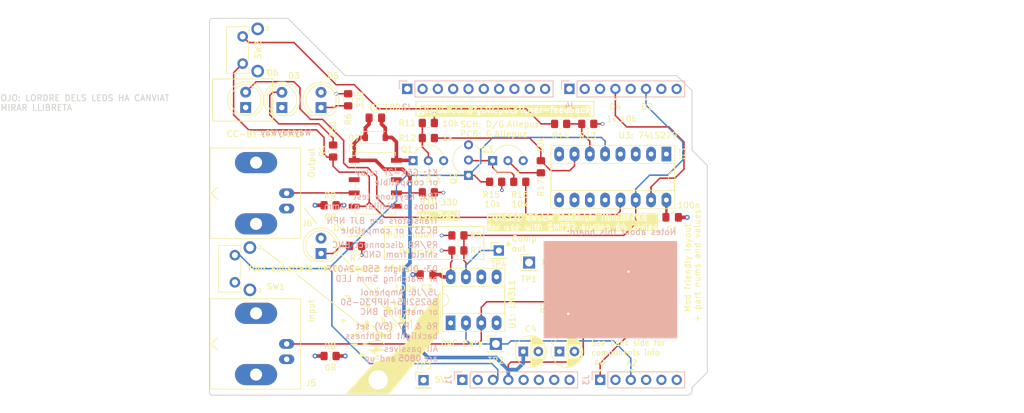
<source format=kicad_pcb>
(kicad_pcb (version 20221018) (generator pcbnew)
  (title_block (date "mar. 31 mars 2015"))
  (layers (0 "F.Cu" signal) (1 "In1.Cu" signal) (2 "In2.Cu" signal) (31 "B.Cu" signal) (34 "B.Paste" user) (35 "F.Paste" user) (36 "B.SilkS" user "B.Silkscreen") (37 "F.SilkS" user "F.Silkscreen") (38 "B.Mask" user) (39 "F.Mask" user) (44 "Edge.Cuts" user))
  (net 0 "")
  (net 1 "GND")
  (net 2 "Net-(D3-A)")
  (net 3 "+5V")
  (net 4 "/IOREF")
  (net 5 "/A0")
  (net 6 "/A1")
  (net 7 "/A2")
  (net 8 "/A3")
  (net 9 "/13")
  (net 10 "/12")
  (net 11 "/AREF")
  (net 12 "/8")
  (net 13 "/7")
  (net 14 "/*11")
  (net 15 "/*10")
  (net 16 "/*9")
  (net 17 "/4")
  (net 18 "/2")
  (net 19 "/*6")
  (net 20 "/*5")
  (net 21 "/TX{slash}1")
  (net 22 "/*3")
  (net 23 "/RX{slash}0")
  (net 24 "+3V3")
  (net 25 "VCC")
  (net 26 "/~{RESET}")
  (net 32 "Net-(J5-In)")
  (net 33 "Net-(J6-In)")
  (net 36 "Net-(D4-K)")
  (net 37 "Net-(D5-K)")
  (net 38 "Net-(J5-Ext)")
  (net 39 "Net-(J6-Ext)")
  (net 40 "Net-(D6-A)")
  (net 41 "COIL-")
  (net 43 "PULSE")
  (net 44 "Net-(K1-Pad6)")
  (net 46 "Net-(Q1-B)")
  (net 47 "Net-(Q2-B)")
  (net 48 "Net-(Q3-B)")
  (net 49 "ARM")
  (net 50 "Net-(U3B-2~{S})")
  (net 51 "Net-(R14-Pad2)")
  (footprint "Resistor_SMD:R_0805_2012Metric_Pad1.20x1.40mm_HandSolder" (layer "F.Cu") (at 144.24 55 180)
    (fp_text reference "R14")
    (fp_text value "1k")
  )
  (footprint "Diode_SMD:D_SOD-123" (layer "F.Cu") (at 152.5 86.2 90)
    (fp_text reference "D1")
    (fp_text value "1N5711" hide)
  )
  (footprint "Connector_PinHeader_2.54mm:PinHeader_1x01_P2.54mm_Vertical" (layer "F.Cu") (at 133.5 91.5)
    (fp_text reference "TP2")
    (fp_text value "DAC_cal" hide)
  )
  (footprint "Button_Switch_THT:SW_Tactile_SPST_Angled_PTS645Vx39-2LFS" (layer "F.Cu") (at 90.2125 81.275 90)
    (fp_text reference "SW1")
    (fp_text value "SW_Push")
  )
  (footprint "LED_THT:LED_D5.0mm" (layer "F.Cu") (at 92 52.275 90)
    (fp_text reference "D6")
    (fp_text value "LED")
  )
  (footprint "LED_THT:LED_D5.0mm" (layer "F.Cu") (at 98 52.3 90)
    (fp_text reference "D3")
    (fp_text value "LED")
  )
  (footprint "Resistor_SMD:R_0805_2012Metric_Pad1.20x1.40mm_HandSolder" (layer "F.Cu") (at 122.3 54.85)
    (fp_text reference "R11")
    (fp_text value "10k")
  )
  (footprint "Resistor_SMD:R_0805_2012Metric_Pad1.20x1.40mm_HandSolder" (layer "F.Cu") (at 110.25 75.25)
    (fp_text reference "R7")
    (fp_text value "330")
  )
  (footprint "Diode_SMD:D_SOD-123" (layer "F.Cu") (at 155.5 82.85 90)
    (fp_text reference "D2")
    (fp_text value "1N5711" hide)
  )
  (footprint "Connector_Coaxial:BNC_Amphenol_B6252HB-NPP3G-50_Horizontal" (layer "F.Cu") (at 98.8 91.5 90)
    (fp_text reference "J5")
    (fp_text value "Conn_Coaxial")
  )
  (footprint "Relay_SMD:Relay_DPDT_Omron_G6K-2F-Y" (layer "F.Cu") (at 113.5 64.85)
    (fp_text reference "K1")
    (fp_text value "G6K-2")
  )
  (footprint "LED_THT:LED_D5.0mm" (layer "F.Cu") (at 104.5 52.3 90)
    (fp_text reference "D5")
    (fp_text value "LED")
  )
  (footprint "Connector_PinHeader_2.54mm:PinHeader_1x01_P2.54mm_Vertical" (layer "F.Cu") (at 134 76)
    (fp_text reference "TP4")
    (fp_text value "Comp_out")
  )
  (footprint "Resistor_SMD:R_0805_2012Metric_Pad1.20x1.40mm_HandSolder" (layer "F.Cu") (at 106.5 59.5 90)
    (fp_text reference "R4")
    (fp_text value "330")
  )
  (footprint "Resistor_SMD:R_0805_2012Metric_Pad1.20x1.40mm_HandSolder" (layer "F.Cu") (at 140.96 62.11 90)
    (fp_text reference "R17")
    (fp_text value "10k")
  )
  (footprint "Resistor_SMD:R_0805_2012Metric_Pad1.20x1.40mm_HandSolder" (layer "F.Cu") (at 133.46 64.61 180)
    (fp_text reference "R15")
    (fp_text value "10k")
  )
  (footprint "Resistor_SMD:R_0805_2012Metric_Pad1.20x1.40mm_HandSolder" (layer "F.Cu") (at 122.3 57.35 180)
    (fp_text reference "R12")
    (fp_text value "1k")
  )
  (footprint "Resistor_SMD:R_0805_2012Metric_Pad1.20x1.40mm_HandSolder" (layer "F.Cu") (at 106 93.5)
    (fp_text reference "R8")
    (fp_text value "0")
  )
  (footprint "Diode_SMD:D_SOD-123" (layer "F.Cu") (at 113.5 57.25)
    (fp_text reference "D7")
    (fp_text value "1N5711")
  )
  (footprint "Capacitor_THT:CP_Radial_D5.0mm_P2.50mm" (layer "F.Cu") (at 138.044888 92.75)
    (fp_text reference "C4")
    (fp_text value "10u")
  )
  (footprint "Resistor_SMD:R_0805_2012Metric_Pad1.20x1.40mm_HandSolder" (layer "F.Cu") (at 127.2 76)
    (fp_text reference "R3")
    (fp_text value "10k")
  )
  (footprint "Package_DIP:DIP-8_W7.62mm_Socket_LongPads" (layer "F.Cu") (at 126 88 90)
    (fp_text reference "U1")
    (fp_text value "LM311")
  )
  (footprint "Arduino_MountingHole:MountingHole_3.2mm" (layer "F.Cu") (at 115.24 49.2)
    (fp_text reference "MH1" hide)
    (fp_text value "MountingHole_3.2mm" hide)
  )
  (footprint "Package_DIP:DIP-16_W7.62mm_Socket_LongPads" (layer "F.Cu") (at 161.78 60 -90)
    (fp_text reference "U3")
    (fp_text value "74LS279")
  )
  (footprint "LED_THT:LED_D5.0mm" (layer "F.Cu") (at 104.5 76.5 90)
    (fp_text reference "D4")
    (fp_text value "LED")
  )
  (footprint "Capacitor_THT:CP_Radial_D5.0mm_P2.50mm" (layer "F.Cu") (at 144.044888 92.75)
    (fp_text reference "C2")
    (fp_text value "10u")
  )
  (footprint "Resistor_SMD:R_0805_2012Metric_Pad1.20x1.40mm_HandSolder" (layer "F.Cu") (at 148 84.5)
    (fp_text reference "R1")
    (fp_text value "1M" hide)
  )
  (footprint "Resistor_SMD:R_0805_2012Metric_Pad1.20x1.40mm_HandSolder" (layer "F.Cu") (at 122.3 66.35)
    (fp_text reference "R10")
    (fp_text value "330")
  )
  (footprint "Connector_PinHeader_2.54mm:PinHeader_1x01_P2.54mm_Vertical" (layer "F.Cu") (at 139 78)
    (fp_text reference "TP1")
    (fp_text value "GND_hook")
  )
  (footprint "Resistor_SMD:R_0805_2012Metric_Pad1.20x1.40mm_HandSolder" (layer "F.Cu") (at 148.74 55 180)
    (fp_text reference "R13")
    (fp_text value "10k")
  )
  (footprint "Capacitor_SMD:C_0805_2012Metric_Pad1.18x1.45mm_HandSolder" (layer "F.Cu") (at 122 80 180)
    (fp_text reference "C3")
    (fp_text value "100n")
  )
  (footprint "Resistor_SMD:R_0805_2012Metric_Pad1.20x1.40mm_HandSolder" (layer "F.Cu") (at 137.46 64.61)
    (fp_text reference "R16")
    (fp_text value "10k")
  )
  (footprint "Connector_PinHeader_2.54mm:PinHeader_1x01_P2.54mm_Vertical" (layer "F.Cu") (at 121.5 97.5)
    (fp_text reference "TP3")
    (fp_text value "5V")
  )
  (footprint "Capacitor_SMD:C_0805_2012Metric_Pad1.18x1.45mm_HandSolder" (layer "F.Cu") (at 113.5 54)
    (fp_text reference "C5")
    (fp_text value "100n")
  )
  (footprint "Button_Switch_THT:SW_Tactile_SPST_Angled_PTS645Vx39-2LFS" (layer "F.Cu") (at 91.5 45 90)
    (fp_text reference "SW2")
    (fp_text value "SW_Push")
  )
  (footprint "Resistor_SMD:R_0805_2012Metric_Pad1.20x1.40mm_HandSolder" (layer "F.Cu") (at 106 68.5)
    (fp_text reference "R9")
    (fp_text value "0")
  )
  (footprint "Package_TO_SOT_THT:TO-92_Inline_Wide" (layer "F.Cu") (at 132.96 61.1)
    (fp_text reference "Q3")
    (fp_text value "BC337")
  )
  (footprint "Resistor_SMD:R_0805_2012Metric_Pad1.20x1.40mm_HandSolder" (layer "F.Cu") (at 127.2 73.5 180)
    (fp_text reference "R5")
    (fp_text value "10k")
  )
  (footprint "Package_TO_SOT_THT:TO-92_Inline_Wide" (layer "F.Cu") (at 119.76 61.1)
    (fp_text reference "Q1")
    (fp_text value "BC337")
  )
  (footprint "Arduino_MountingHole:MountingHole_3.2mm" (layer "F.Cu") (at 113.97 97.46)
    (fp_text reference "MH2" hide)
    (fp_text value "MountingHole_3.2mm" hide)
  )
  (footprint "Resistor_SMD:R_0805_2012Metric_Pad1.20x1.40mm_HandSolder" (layer "F.Cu") (at 109 51 -90)
    (fp_text reference "R6")
    (fp_text value "330")
  )
  (footprint "Arduino_MountingHole:MountingHole_3.2mm" (layer "F.Cu") (at 166.04 64.44)
    (fp_text reference "MH3" hide)
    (fp_text value "MountingHole_3.2mm" hide)
  )
  (footprint "Package_TO_SOT_THT:TO-92_Inline_Wide" (layer "F.Cu") (at 128.96 63.54 90)
    (fp_text reference "Q2")
    (fp_text value "BC337")
  )
  (footprint "Arduino_MountingHole:MountingHole_3.2mm" (layer "F.Cu") (at 166.04 92.38)
    (fp_text reference "MH4" hide)
    (fp_text value "MountingHole_3.2mm" hide)
  )
  (footprint "Resistor_SMD:R_0805_2012Metric_Pad1.20x1.40mm_HandSolder" (layer "F.Cu") (at 143.5 85.5 -90)
    (fp_text reference "R2")
    (fp_text value "1M" hide)
  )
  (footprint "Connector_Coaxial:BNC_Amphenol_B6252HB-NPP3G-50_Horizontal" (layer "F.Cu") (at 98.8 66.5 90)
    (fp_text reference "J6")
    (fp_text value "Conn_Coaxial")
  )
  (footprint "Capacitor_SMD:C_0805_2012Metric_Pad1.18x1.45mm_HandSolder" (layer "F.Cu") (at 162.74 70.5)
    (fp_text reference "C1")
    (fp_text value "100n")
  )
  (footprint "Connector_PinHeader_2.54mm:PinHeader_1x08_P2.54mm_Vertical" (layer "B.Cu") (at 127.94 97.46 -90)
    (fp_text reference "J1")
    (fp_text value "Power")
  )
  (footprint "Connector_PinHeader_2.54mm:PinHeader_1x06_P2.54mm_Vertical" (layer "B.Cu") (at 150.8 97.46 -90)
    (fp_text reference "J3")
    (fp_text value "Analog")
  )
  (footprint "Connector_PinHeader_2.54mm:PinHeader_1x10_P2.54mm_Vertical" (layer "B.Cu") (at 118.8 49.2 -90)
    (fp_text reference "J2")
    (fp_text value "Digital/PWM")
  )
  (footprint "Connector_PinHeader_2.54mm:PinHeader_1x08_P2.54mm_Vertical" (layer "B.Cu") (at 145.7 49.2 -90)
    (fp_text reference "J4")
    (fp_text value "Digital/PWM")
  )
  (gr_rect (start 141.5 74.5) (end 163.5 90.5) (stroke (width 0.15)) (fill solid) (layer "B.SilkS"))
  (gr_line (start 115.5 88) (end 116 89.5) (stroke (width 0.15)) (layer "F.SilkS"))
  (gr_line (start 159.5 77) (end 157.5 77) (stroke (width 0.15)) (layer "F.SilkS"))
  (gr_line (start 159 75) (end 158 75) (stroke (width 0.15)) (layer "F.SilkS"))
  (gr_line (start 97.8 78) (end 94.8 75.675) (stroke (width 0.15)) (layer "F.SilkS"))
  (gr_line (start 152 78) (end 152 76) (stroke (width 0.15)) (layer "F.SilkS"))
  (gr_line (start 158.5 76) (end 158.5 75) (stroke (width 0.15)) (layer "F.SilkS"))
  (gr_line (start 149.75 76) (end 152 76) (stroke (width 0.15)) (layer "F.SilkS"))
  (gr_line (start 159.5 79) (end 157.5 79) (stroke (width 0.15)) (layer "F.SilkS"))
  (gr_poly (pts (xy 115 88.5) (xy 114.5 87) (xy 115 87.5)) (stroke (width 0.15)) (fill solid) (layer "F.SilkS"))
  (gr_poly (pts (xy 158.25 51) (xy 158.5 50.75) (xy 158.75 51)) (stroke (width 0.15)) (fill solid) (layer "F.SilkS"))
  (gr_poly (pts (xy 130.75 92) (xy 131.25 91.5) (xy 130.75 91)) (stroke (width 0.15)) (fill solid) (layer "F.SilkS"))
  (gr_line (start 158.5 81) (end 158.5 80) (stroke (width 0.15)) (layer "F.SilkS"))
  (gr_poly (pts (xy 156.25 95.75) (xy 156 96) (xy 155.75 95.75)) (stroke (width 0.15)) (fill solid) (layer "F.SilkS"))
  (gr_poly (pts (xy 110.5 91.5) (xy 110 92) (xy 109.5 91.5)) (stroke (width 0.15)) (fill solid) (layer "F.SilkS"))
  (gr_rect (start 150 77) (end 151 79) (stroke (width 0.15)) (fill none) (layer "F.SilkS"))
  (gr_line (start 150 81) (end 151 81) (stroke (width 0.15)) (layer "F.SilkS"))
  (gr_line (start 119 85.5) (end 119 87.5) (stroke (width 0.15)) (layer "F.SilkS"))
  (gr_line (start 116.5 89.5) (end 115.5 88) (stroke (width 0.15)) (layer "F.SilkS"))
  (gr_line (start 145.75 76) (end 144 76) (stroke (width 0.15)) (layer "F.SilkS"))
  (gr_line (start 114 93.5) (end 113 94) (stroke (width 0.15)) (layer "F.SilkS"))
  (gr_line (start 116 89.5) (end 113 88.5) (stroke (width 0.15)) (layer "F.SilkS"))
  (gr_poly (pts (xy 109 83.5) (xy 108.5 83.5) (xy 109.5 84)) (stroke (width 0.15)) (fill solid) (layer "F.SilkS"))
  (gr_poly (pts (xy 111 93) (xy 111 93.5) (xy 112 93.5)) (stroke (width 0.15)) (fill solid) (layer "F.SilkS"))
  (gr_line (start 155 78) (end 160.5 78) (stroke (width 0.15)) (layer "F.SilkS"))
  (gr_rect (start 153 77.5) (end 155 78.5) (stroke (width 0.15)) (fill none) (layer "F.SilkS"))
  (gr_poly (pts (xy 135.5 74.5) (xy 136 75) (xy 135.25 75.25)) (stroke (width 0.15)) (fill solid) (layer "F.SilkS"))
  (gr_line (start 117 87) (end 116.5 84) (stroke (width 0.15)) (layer "F.SilkS"))
  (gr_line (start 103.75 71.5) (end 101.7 68.9) (stroke (width 0.15)) (layer "F.SilkS"))
  (gr_poly (pts (xy 109.5 90) (xy 111 89.5) (xy 110.5 90)) (stroke (width 0.15)) (fill solid) (layer "F.SilkS"))
  (gr_line (start 159.5 76) (end 157.5 76) (stroke (width 0.15)) (layer "F.SilkS"))
  (gr_line (start 158 81) (end 159 81) (stroke (width 0.15)) (layer "F.SilkS"))
  (gr_line (start 157.5 76) (end 158.5 77) (stroke (width 0.15)) (layer "F.SilkS"))
  (gr_line (start 150.5 79) (end 150.5 81) (stroke (width 0.15)) (layer "F.SilkS"))
  (gr_line (start 109 78.1) (end 107.9 76.7) (stroke (width 0.15)) (layer "F.SilkS"))
  (gr_poly (pts (xy 114.5 92.5) (xy 113.5 92) (xy 113 93)) (stroke (width 0.15)) (fill solid) (layer "F.SilkS"))
  (gr_line (start 119.5 87.5) (end 119.5 89) (stroke (width 0.15)) (layer "F.SilkS"))
  (gr_poly (pts (xy 119.5 86) (xy 120 86) (xy 120.5 85)) (stroke (width 0.15)) (fill solid) (layer "F.SilkS"))
  (gr_poly (pts (xy 113.5 82.5) (xy 113.5 83) (xy 114 82)) (stroke (width 0.15)) (fill solid) (layer "F.SilkS"))
  (gr_line (start 158.5 78) (end 158.5 79) (stroke (width 0.15)) (layer "F.SilkS"))
  (gr_poly (pts (xy 153 51) (xy 153.25 50.75) (xy 153.5 51)) (stroke (width 0.15)) (fill solid) (layer "F.SilkS"))
  (gr_line (start 159.5 80) (end 157.5 80) (stroke (width 0.15)) (layer "F.SilkS"))
  (gr_line (start 158 75) (end 158.5 74.5) (stroke (width 0.15)) (layer "F.SilkS"))
  (gr_poly (pts (xy 116.5 88) (xy 116 88) (xy 117 88.5)) (stroke (width 0.15)) (fill solid) (layer "F.SilkS"))
  (gr_line (start 151 81) (end 150.5 81.5) (stroke (width 0.15)) (layer "F.SilkS"))
  (gr_line (start 150.5 81.5) (end 150 81) (stroke (width 0.15)) (layer "F.SilkS"))
  (gr_line (start 150.5 77) (end 150.5 76) (stroke (width 0.15)) (layer "F.SilkS"))
  (gr_line (start 113 94) (end 114 94) (stroke (width 0.15)) (layer "F.SilkS"))
  (gr_poly (pts (xy 112.5 85.5) (xy 112.5 85) (xy 111.5 85)) (stroke (width 0.15)) (fill solid) (layer "F.SilkS"))
  (gr_line (start 157.5 79) (end 158.5 80) (stroke (width 0.15)) (layer "F.SilkS"))
  (gr_line (start 111.5 91.5) (end 114.5 92) (stroke (width 0.15)) (layer "F.SilkS"))
  (gr_line (start 158.5 74.5) (end 159 75) (stroke (width 0.15)) (layer "F.SilkS"))
  (gr_line (start 117.5 88.5) (end 110.5 80) (stroke (width 0.15)) (layer "F.SilkS"))
  (gr_line (start 118 87.5) (end 119 85.5) (stroke (width 0.15)) (layer "F.SilkS"))
  (gr_rect (start 120.25 51.25) (end 149.75 53.75) (stroke (width 0.15)) (fill none) (layer "F.SilkS"))
  (gr_line (start 115 92.5) (end 112.5 92.5) (stroke (width 0.15)) (layer "F.SilkS"))
  (gr_poly (pts (xy 113.5 89.5) (xy 115.5 90) (xy 115 90.5)) (stroke (width 0.15)) (fill solid) (layer "F.SilkS"))
  (gr_line (start 113.5 91) (end 111.5 91.5) (stroke (width 0.15)) (layer "F.SilkS"))
  (gr_line (start 116.5 84) (end 118 87.5) (stroke (width 0.15)) (layer "F.SilkS"))
  (gr_poly (pts (xy 118 84) (xy 117.5 84) (xy 118 84.5)) (stroke (width 0.15)) (fill solid) (layer "F.SilkS"))
  (gr_rect (start 115 72) (end 131.5 77.5) (stroke (width 0.15)) (fill none) (layer "F.SilkS"))
  (gr_rect (start 86.5 47.55) (end 96.5 54.55) (stroke (width 0.15)) (fill none) (layer "F.SilkS"))
  (gr_poly (pts (xy 111.5 89.5) (xy 112 87.5) (xy 112.5 88)) (stroke (width 0.15)) (fill solid) (layer "F.SilkS"))
  (gr_poly (pts (xy 108 87.5) (xy 108 88) (xy 108.5 87.5)) (stroke (width 0.15)) (fill solid) (layer "F.SilkS"))
  (gr_line (start 158.5 80) (end 159.5 79) (stroke (width 0.15)) (layer "F.SilkS"))
  (gr_poly (pts (xy 151 95.75) (xy 150.75 96) (xy 150.5 95.75)) (stroke (width 0.15)) (fill solid) (layer "F.SilkS"))
  (gr_line (start 115 91.5) (end 100.5 80) (stroke (width 0.15)) (layer "F.SilkS"))
  (gr_poly (pts (xy 124.25 83) (xy 120.5 87.5) (xy 120.430852 87.799514) (xy 120.257804 88.389419) (xy 120.045839 88.966485) (xy 119.795898 89.528146) (xy 119.509091 90.071907) (xy 119.186694 90.595352) (xy 118.830139 91.096153) (xy 118.441011 91.572087) (xy 118.021038 92.021038) (xy 117.572087 92.441011) (xy 117.096153 92.830139) (xy 116.595352 93.186694) (xy 116.071907 93.509091) (xy 115.528146 93.795898) (xy 114.966485 94.045839) (xy 114.389419 94.257804) (xy 113.799514 94.430852) (xy 113.5 94.5) (xy 108.75 99.75) (xy 115.75 99.75) (xy 124.25 89.5)) (stroke (width 0.15)) (fill solid) (layer "F.SilkS"))
  (gr_line (start 153 78) (end 152 78) (stroke (width 0.15)) (layer "F.SilkS"))
  (gr_poly (pts (xy 115.5 85) (xy 115 86) (xy 116.5 86)) (stroke (width 0.15)) (fill solid) (layer "F.SilkS"))
  (gr_line (start 112.5 92.5) (end 114 93.5) (stroke (width 0.15)) (layer "F.SilkS"))
  (gr_line (start 158.5 77) (end 158.5 78) (stroke (width 0.15)) (layer "F.SilkS"))
  (gr_line (start 158.5 77) (end 159.5 76) (stroke (width 0.15)) (layer "F.SilkS"))
  (gr_poly (pts (xy 118 88.5) (xy 118.5 87.5) (xy 117.5 87)) (stroke (width 0.15)) (fill solid) (layer "F.SilkS"))
  (gr_line (start 119 88) (end 119.5 87.5) (stroke (width 0.15)) (layer "F.SilkS"))
  (gr_line (start 113 88.5) (end 114.5 90) (stroke (width 0.15)) (layer "F.SilkS"))
  (gr_line (start 86.5 37.5) (end 99 37.5) (stroke (width 0.15)) (layer "Edge.Cuts"))
  (gr_line (start 86 38) (end 86 99.5) (stroke (width 0.15)) (layer "Edge.Cuts"))
  (gr_line (start 163.5 47) (end 108.5 47) (stroke (width 0.15)) (layer "Edge.Cuts"))
  (gr_line (start 166.04 59.36) (end 168.58 61.9) (stroke (width 0.15)) (layer "Edge.Cuts"))
  (gr_arc (start 86 38) (mid 86.146447 37.646447) (end 86.5 37.5) (stroke (width 0.15)) (layer "Edge.Cuts"))
  (gr_line (start 168.58 61.9) (end 168.58 96.19) (stroke (width 0.15)) (layer "Edge.Cuts"))
  (gr_line (start 165.278 100) (end 86.5 100) (stroke (width 0.15)) (layer "Edge.Cuts"))
  (gr_arc (start 86.5 100) (mid 86.146447 99.853553) (end 86 99.5) (stroke (width 0.15)) (layer "Edge.Cuts"))
  (gr_line (start 168.58 96.19) (end 166.04 98.73) (stroke (width 0.15)) (layer "Edge.Cuts"))
  (gr_line (start 163.5 47) (end 166.04 49.5) (stroke (width 0.15)) (layer "Edge.Cuts"))
  (gr_arc (start 166.04 99.238) (mid 165.816815 99.776815) (end 165.278 100) (stroke (width 0.15)) (layer "Edge.Cuts"))
  (gr_line (start 166.04 49.5) (end 166.04 59.36) (stroke (width 0.15)) (layer "Edge.Cuts"))
  (gr_line (start 166.04 98.73) (end 166.04 99.238) (stroke (width 0.15)) (layer "Edge.Cuts"))
  (gr_line (start 108.5 47) (end 99 37.5) (stroke (width 0.15)) (layer "Edge.Cuts"))
  (gr_text "D3: Dialight 550-2407F \nor matching 5mm LED" (at 124 81.25) (layer "B.SilkS") (effects (font (size 1 1)) (justify left bottom mirror)))
  (gr_text "Notes about this board:" (at 163.5 73.5) (layer "B.SilkS") (effects (font (size 1 1)) (justify left bottom mirror)))
  (gr_text "WayWayWay" (at 103 57) (layer "B.SilkS") (effects (font (size 1 1)) (justify left bottom mirror)))
  (gr_text "All passives\nare      and up" (at 124 94.5) (layer "B.SilkS") (effects (font (size 1 1)) (justify left bottom mirror)))
  (gr_text "Transistors are BJT NPN\nBC337 or compatible" (at 124 73.25) (layer "B.SilkS") (effects (font (size 1 1)) (justify left bottom mirror)))
  (gr_text "K1: G6K-2F relay\nor compatible" (at 124 65.25) (layer "B.SilkS") (effects (font (size 1 1)) (justify left bottom mirror)))
  (gr_text "TPx: Keystone test \nloops or similar ø1.5mm" (at 124 69.25) (layer "B.SilkS") (effects (font (size 1 1)) (justify left bottom mirror)))
  (gr_text "J5/J6: Amphenol\nB6252H5-NPP3G-50 \nor matching BNC" (at 124 86.75) (layer "B.SilkS") (effects (font (size 1 1)) (justify left bottom mirror)))
  (gr_text "R9/R8 disconnect BNC\nshield from GND" (at 124 77.25) (layer "B.SilkS") (effects (font (size 1 1)) (justify left bottom mirror)))
  (gr_text "R6 & R7 (5V) set\nbacklight brightness" (at 124 90.75) (layer "B.SilkS") (effects (font (size 1 1)) (justify left bottom mirror)))
  (gr_text "0805" (at 121.25 94.475) (layer "B.SilkS") (effects (font (size 1 1) (thickness 0.2) bold) (justify left bottom mirror)))
  (gr_text "CC-BY-SA 2023" (at 88.75 57.25) (layer "F.SilkS") (effects (font (size 1 1)) (justify left bottom)))
  (gr_text "Output" (at 103.5 64 90) (layer "F.SilkS") (effects (font (size 1 1)) (justify left bottom)))
  (gr_text "10k" (at 141.5 60 90) (layer "F.SilkS") (effects (font (size 1 1)) (justify left bottom)))
  (gr_text "See back side for \ncomponents info" (at 149.25 93.5) (layer "F.SilkS") (effects (font (size 1 0.9)) (justify left bottom)))
  (gr_text "D2" (at 157.5 52.75) (layer "F.SilkS") (effects (font (size 1 1)) (justify left bottom)))
  (gr_text "Pull-up" (at 123.5 76.5) (layer "F.SilkS") (effects (font (size 1 1)) (justify right bottom)))
  (gr_text "SCH: D/G.Allepuz\nPCB: G.Allepuz" (at 127.5 57.25) (layer "F.SilkS") (effects (font (size 1 1)) (justify left bottom)))
  (gr_text "D2" (at 160 77) (layer "F.SilkS") (effects (font (size 1 1)) (justify left bottom)))
  (gr_text "DAC Cal" (at 124.25 92) (layer "F.SilkS") (effects (font (size 1 1)) (justify left bottom)))
  (gr_text "D4" (at 152.25 52.75) (layer "F.SilkS") (effects (font (size 1 1)) (justify left bottom)))
  (gr_text "0R" (at 105 71) (layer "F.SilkS") (effects (font (size 1 1)) (justify left bottom)))
  (gr_text "3V3" (at 157 83) (layer "F.SilkS") (effects (font (size 1 1)) (justify left bottom)))
  (gr_text "R2" (at 149.5 79 90) (layer "F.SilkS") (effects (font (size 1 1)) (justify left bottom)))
  (gr_text "Mod friendly layout \n+ part nums and values" (at 167.5 78.5 90) (layer "F.SilkS") (effects (font (size 1 1)) (justify bottom)))
  (gr_text "J5" (at 142 76.5) (layer "F.SilkS") (effects (font (size 1 1)) (justify left bottom)))
  (gr_text "A2" (at 155 95.25) (layer "F.SilkS") (effects (font (size 1 1)) (justify left bottom)))
  (gr_text "1k" (at 151.75 54.75) (layer "F.SilkS") (effects (font (size 1 1)) (justify left bottom)))
  (gr_text "1M" (at 148 86.5) (layer "F.SilkS") (effects (font (size 1 1))))
  (gr_text "U1.3" (at 146 76.5) (layer "F.SilkS") (effects (font (size 1 1)) (justify left bottom)))
  (gr_text "GND" (at 141 78.5) (layer "F.SilkS") (effects (font (size 1 1)) (justify left bottom)))
  (gr_text "R1" (at 153 77) (layer "F.SilkS") (effects (font (size 1 1)) (justify left bottom)))
  (gr_text "rev. 3/v2" (at 120.25 70.75) (layer "F.SilkS" knockout) (effects (font (size 1 1)) (justify left bottom)))
  (gr_text "10k" (at 124.5 55.5) (layer "F.SilkS") (effects (font (size 1 1)) (justify left bottom)))
  (gr_text "1N58" (at 157.75 88 90) (layer "F.SilkS") (effects (font (size 1 1))))
  (gr_text "1k" (at 124.5 58) (layer "F.SilkS") (effects (font (size 1 1)) (justify left bottom)))
  (gr_text "U3: 74LS279" (at 153.75 57.5) (layer "F.SilkS") (effects (font (size 1 1)) (justify left bottom)))
  (gr_text "Your substrate never stood a chance" (at 92 79.5) (layer "F.SilkS") (effects (font (size 1 1) (thickness 0.2) bold italic) (justify left bottom)))
  (gr_text "330" (at 125.75 68) (layer "F.SilkS") (effects (font (size 1 1))))
  (gr_text "0R" (at 105 96) (layer "F.SilkS") (effects (font (size 1 1)) (justify left bottom)))
  (gr_text "D1" (at 160 80) (layer "F.SilkS") (effects (font (size 1 1)) (justify left bottom)))
  (gr_text "5V" (at 123.25 98) (layer "F.SilkS") (effects (font (size 1 1)) (justify left bottom)))
  (gr_text "1M" (at 143.5 82 90) (layer "F.SilkS") (effects (font (size 1 1))))
  (gr_text "A2" (at 161 78.5) (layer "F.SilkS") (effects (font (size 1 1)) (justify left bottom)))
  (gr_text "A0" (at 149.75 95.25) (layer "F.SilkS") (effects (font (size 1 1)) (justify left bottom)))
  (gr_text "Input" (at 103.5 88 90) (layer "F.SilkS") (effects (font (size 1 1)) (justify left bottom)))
  (gr_text "10k" (at 154 54.75) (layer "F.SilkS") (effects (font (size 1 1)) (justify left bottom)))
  (gr_text "C B E" (at 120 64.75) (layer "F.SilkS") (effects (font (size 1 1)) (justify left bottom)))
  (gr_text "10k" (at 136 68.89) (layer "F.SilkS") (effects (font (size 1 1)) (justify left bottom)))
  (gr_text "100n" (at 116.75 52.25) (layer "F.SilkS") (effects (font (size 1 1))))
  (gr_text ": LM311" (at 136.75 87 90) (layer "F.SilkS") (effects (font (size 1 1)) (justify left bottom)))
  (gr_text "Comp \nout" (at 136 76.25) (layer "F.SilkS") (effects (font (size 1 1)) (justify left bottom)))
  (gr_text "PULSED LASER ABLATOR INTERFACE\nfor use with SMT32 nucleo 64 series" (at 132 72.75) (layer "F.SilkS" knockout) (effects (font (size 1 1)) (justify left bottom)))
  (gr_text "Pull-down\n" (at 123.5 74) (layer "F.SilkS") (effects (font (size 1 1)) (justify right bottom)))
  (gr_text "10k" (at 131.5 68.89) (layer "F.SilkS") (effects (font (size 1 1)) (justify left bottom)))
  (gr_text "github.com/gallepuz/laser-feedback" (at 120.75 53.25) (layer "F.SilkS" knockout) (effects (font (size 1 1) (thickness 0.2) bold) (justify left bottom)))
  (gr_text "OJO: LORDRE DELS LEDS HA CANVIAT\nMIRAR LLIBRETA" (at 51.25 52.9) (layer "Edge.Cuts") (effects (font (size 1 1)) (justify left bottom)))
  (segment (start 143.5 86.5) (end 145.5 86.5) (width 0.25) (layer "F.Cu") (net 1))
  (segment (start 120.9925 80) (end 119.715 80) (width 0.6) (layer "F.Cu") (net 1))
  (segment (start 155.5 81.2) (end 155.5 79.5) (width 0.25) (layer "F.Cu") (net 1))
  (segment (start 111.25 75.25) (end 111.25 76.75) (width 0.25) (layer "F.Cu") (net 1))
  (segment (start 107 68.5) (end 108.300498 68.5) (width 0.6) (layer "F.Cu") (net 1))
  (segment (start 126.2 73.5) (end 124.5 73.5) (width 0.25) (layer "F.Cu") (net 1))
  (segment (start 163.7775 70.5) (end 165.24 70.5) (width 0.6) (layer "F.Cu") (net 1))
  (segment (start 123.3 54.85) (end 123.3 53.35) (width 0.25) (layer "F.Cu") (net 1))
  (segment (start 107 93.5) (end 108.5 93.5) (width 0.6) (layer "F.Cu") (net 1))
  (segment (start 109 50) (end 107 50) (width 0.25) (layer "F.Cu") (net 1))
  (via (at 124.5 73.5) (size 0.6) (drill 0.4) (layers "F.Cu" "B.Cu") (net 1))
  (via (at 111.25 76.75) (size 0.6) (drill 0.3) (layers "F.Cu" "B.Cu") (net 1))
  (via (at 123.3 53.35) (size 0.6) (drill 0.4) (layers "F.Cu" "B.Cu") (net 1))
  (via (at 108.5 93.5) (size 0.8) (drill 0.4) (layers "F.Cu" "B.Cu") (net 1))
  (via (at 119.715 80) (size 0.8) (drill 0.4) (layers "F.Cu" "B.Cu") (net 1))
  (via (at 155.5 79.5) (size 0.8) (drill 0.4) (layers "F.Cu" "B.Cu") (net 1))
  (via (at 107 50) (size 0.6) (drill 0.4) (layers "F.Cu" "B.Cu") (net 1))
  (via (at 145.5 86.5) (size 0.8) (drill 0.4) (layers "F.Cu" "B.Cu") (net 1))
  (via (at 108.300498 68.5) (size 0.8) (drill 0.4) (layers "F.Cu" "B.Cu") (net 1))
  (via (at 165.24 70.5) (size 0.8) (drill 0.4) (layers "F.Cu" "B.Cu") (net 1))
  (segment (start 96 50.26) (end 96 53.5) (width 0.25) (layer "F.Cu") (net 2))
  (segment (start 104.136396 55) (end 106.5 57.363604) (width 0.25) (layer "F.Cu") (net 2))
  (segment (start 106.5 57.363604) (end 106.5 58.5) (width 0.25) (layer "F.Cu") (net 2))
  (segment (start 98 49.76) (end 96.5 49.76) (width 0.25) (layer "F.Cu") (net 2))
  (segment (start 97.5 55) (end 104.136396 55) (width 0.25) (layer "F.Cu") (net 2))
  (segment (start 96.5 49.76) (end 96 50.26) (width 0.25) (layer "F.Cu") (net 2))
  (segment (start 96 53.5) (end 97.5 55) (width 0.25) (layer "F.Cu") (net 2))
  (segment (start 123.0375 80) (end 124.25 80) (width 0.6) (layer "F.Cu") (net 3))
  (segment (start 125.915 80.78) (end 126.325 81.19) (width 0.6) (layer "F.Cu") (net 3))
  (segment (start 123.3 66.35) (end 124.75 66.35) (width 0.25) (layer "F.Cu") (net 3))
  (segment (start 126.185 81) (end 126.2 80.985) (width 0.6) (layer "F.Cu") (net 3))
  (segment (start 149.74 55) (end 151.2 55) (width 0.25) (layer "F.Cu") (net 3))
  (segment (start 124.25 80) (end 124.63 80.38) (width 0.6) (layer "F.Cu") (net 3))
  (segment (start 126.325 81.19) (end 126 80.865) (width 0.25) (layer "F.Cu") (net 3))
  (segment (start 124.75 66.35) (end 124.8 66.4) (width 0.25) (layer "F.Cu") (net 3))
  (segment (start 161.78 70.4225) (end 161.7025 70.5) (width 0.4) (layer "F.Cu") (net 3))
  (segment (start 126 78) (end 126 80.38) (width 0.25) (layer "F.Cu") (net 3))
  (segment (start 161.78 67.62) (end 161.78 70.4225) (width 0.4) (layer "F.Cu") (net 3))
  (segment (start 124.63 80.38) (end 126 80.38) (width 0.6) (layer "F.Cu") (net 3))
  (segment (start 134.46 65.96) (end 134.5 66) (width 0.25) (layer "F.Cu") (net 3))
  (segment (start 126.2 77.8) (end 126 78) (width 0.25) (layer "F.Cu") (net 3))
  (segment (start 125.995 80.78) (end 126.2 80.985) (width 0.6) (layer "F.Cu") (net 3))
  (segment (start 126.2 76) (end 124.5 76) (width 0.25) (layer "F.Cu") (net 3))
  (segment (start 134.46 64.61) (end 134.46 65.96) (width 0.25) (layer "F.Cu") (net 3))
  (segment (start 126.2 76) (end 126.2 77.8) (width 0.25) (layer "F.Cu") (net 3))
  (via (at 134.5 66) (size 0.6) (drill 0.3) (layers "F.Cu" "B.Cu") (net 3))
  (via (at 151.2 55) (size 0.6) (drill 0.4) (layers "F.Cu" "B.Cu") (net 3))
  (via (at 124.8 66.4) (size 0.6) (drill 0.4) (layers "F.Cu" "B.Cu") (net 3))
  (via (at 124.5 76) (size 0.6) (drill 0.4) (layers "F.Cu" "B.Cu") (net 3))
  (segment (start 149 84.5) (end 149.05 84.55) (width 0.25) (layer "F.Cu") (net 5))
  (segment (start 150.8 94.7) (end 150.8 97.46) (width 0.25) (layer "F.Cu") (net 5))
  (segment (start 155.45 84.55) (end 155.5 84.5) (width 0.25) (layer "F.Cu") (net 5))
  (segment (start 152.5 84.55) (end 155.45 84.55) (width 0.25) (layer "F.Cu") (net 5))
  (segment (start 155.5 84.5) (end 155.5 90) (width 0.25) (layer "F.Cu") (net 5))
  (segment (start 155.5 90) (end 150.8 94.7) (width 0.25) (layer "F.Cu") (net 5))
  (segment (start 149.05 84.55) (end 152.5 84.55) (width 0.25) (layer "F.Cu") (net 5))
  (segment (start 136 91) (end 153 91) (width 0.25) (layer "B.Cu") (net 7))
  (segment (start 129.25 91.5) (end 128.54 90.79) (width 0.25) (layer "B.Cu") (net 7))
  (segment (start 153 91) (end 155.88 93.88) (width 0.25) (layer "B.Cu") (net 7))
  (segment (start 155.88 93.88) (end 155.88 97.46) (width 0.25) (layer "B.Cu") (net 7))
  (segment (start 133.5 91.5) (end 135.5 91.5) (width 0.25) (layer "B.Cu") (net 7))
  (segment (start 133.5 91.5) (end 129.25 91.5) (width 0.25) (layer "B.Cu") (net 7))
  (segment (start 128.54 90.79) (end 128.54 88) (width 0.25) (layer "B.Cu") (net 7))
  (segment (start 135.5 91.5) (end 136 91) (width 0.25) (layer "B.Cu") (net 7))
  (segment (start 159.24 67.62) (end 159.24 65.54) (width 0.25) (layer "F.Cu") (net 17))
  (segment (start 162.2 55.5) (end 155.2 55.5) (width 0.25) (layer "F.Cu") (net 17))
  (segment (start 160.7 64) (end 163.2 64) (width 0.25) (layer "F.Cu") (net 17))
  (segment (start 164.7 58) (end 162.2 55.5) (width 0.25) (layer "F.Cu") (net 17))
  (segment (start 163.2 64) (end 164.7 62.5) (width 0.25) (layer "F.Cu") (net 17))
  (segment (start 155.2 55.5) (end 153.52 53.82) (width 0.25) (layer "F.Cu") (net 17))
  (segment (start 153.32 49.2) (end 153.32 53.62) (width 0.25) (layer "F.Cu") (net 17))
  (segment (start 159.24 65.54) (end 159.2 65.5) (width 0.25) (layer "F.Cu") (net 17))
  (segment (start 164.7 62.5) (end 164.7 58) (width 0.25) (layer "F.Cu") (net 17))
  (segment (start 153.32 53.62) (end 153.52 53.82) (width 0.25) (layer "F.Cu") (net 17))
  (segment (start 159.2 65.5) (end 160.7 64) (width 0.25) (layer "F.Cu") (net 17))
  (segment (start 128.2 73.5) (end 154.7 73.5) (width 0.25) (layer "F.Cu") (net 18))
  (segment (start 128.2 76) (end 128.2 73.5) (width 0.25) (layer "F.Cu") (net 18))
  (segment (start 128.2 76) (end 128.2 77.66) (width 0.25) (layer "F.Cu") (net 18))
  (segment (start 128.54 78) (end 128.54 80.38) (width 0.25) (layer "F.Cu") (net 18))
  (segment (start 154.7 73.5) (end 156.7 71.5) (width 0.25) (layer "F.Cu") (net 18))
  (segment (start 128.2 77.66) (end 128.54 78) (width 0.25) (layer "F.Cu") (net 18))
  (segment (start 156.7 71.5) (end 156.7 67.62) (width 0.25) (layer "F.Cu") (net 18))
  (segment (start 156.7 65.8) (end 159 63.5) (width 0.25) (layer "B.Cu") (net 18))
  (segment (start 162 63.5) (end 164.5 61) (width 0.25) (layer "B.Cu") (net 18))
  (segment (start 159 63.5) (end 162 63.5) (width 0.25) (layer "B.Cu") (net 18))
  (segment (start 128.54 80.38) (end 128.54 78.46) (width 0.25) (layer "B.Cu") (net 18))
  (segment (start 156.7 67.62) (end 156.7 65.8) (width 0.25) (layer "B.Cu") (net 18))
  (segment (start 131 76) (end 134 76) (width 0.25) (layer "B.Cu") (net 18))
  (segment (start 164.5 61) (end 164.5 58) (width 0.25) (layer "B.Cu") (net 18))
  (segment (start 164.5 58) (end 158.4 51.9) (width 0.25) (layer "B.Cu") (net 18))
  (segment (start 128.54 78.46) (end 131 76) (width 0.25) (layer "B.Cu") (net 18))
  (segment (start 158.4 51.9) (end 158.4 49.2) (width 0.25) (layer "B.Cu") (net 18))
  (segment (start 111.85 57.25) (end 111.85 56.35) (width 0.6) (layer "F.Cu") (net 24))
  (segment (start 112.4625 55.0375) (end 112.4625 54) (width 0.6) (layer "F.Cu") (net 24))
  (segment (start 149.15 87.85) (end 148 89) (width 0.25) (layer "F.Cu") (net 24))
  (segment (start 118 62.5) (end 119.25 63.75) (width 0.6) (layer "F.Cu") (net 24))
  (segment (start 111.85 55.65) (end 112.4625 55.0375) (width 0.6) (layer "F.Cu") (net 24))
  (segment (start 115 62.5) (end 118 62.5) (width 0.6) (layer "F.Cu") (net 24))
  (segment (start 148 89) (end 148 93.25) (width 0.25) (layer "F.Cu") (net 24))
  (segment (start 111.85 56.35) (end 111.85 55.65) (width 0.6) (layer "F.Cu") (net 24))
  (segment (start 110 59.25) (end 110 61.05) (width 0.6) (layer "F.Cu") (net 24))
  (segment (start 119.25 63.75) (end 119.25 65) (width 0.6) (layer "F.Cu") (net 24))
  (segment (start 111 57.25) (end 111.85 57.25) (width 0.6) (layer "F.Cu") (net 24))
  (segment (start 148 93.25) (end 146.75 94.5) (width 0.25) (layer "F.Cu") (net 24))
  (segment (start 110 59.25) (end 110 58.25) (width 0.6) (layer "F.Cu") (net 24))
  (segment (start 113.55 61.05) (end 115 62.5) (width 0.6) (layer "F.Cu") (net 24))
  (segment (start 146.75 94.5) (end 136 94.5) (width 0.25) (layer "F.Cu") (net 24))
  (segment (start 110 58.25) (end 111 57.25) (width 0.6) (layer "F.Cu") (net 24))
  (segment (start 136 94.5) (end 135.58 94.92) (width 0.25) (layer "F.Cu") (net 24))
  (segment (start 135.56 94.92) (end 135.56 97.46) (width 0.25) (layer "F.Cu") (net 24))
  (segment (start 135.58 94.92) (end 135.56 94.92) (width 0.25) (layer "F.Cu") (net 24))
  (segment (start 110 61.05) (end 113.55 61.05) (width 0.6) (layer "F.Cu") (net 24))
  (segment (start 152.5 87.85) (end 149.15 87.85) (width 0.25) (layer "F.Cu") (net 24))
  (via (at 119.25 65) (size 0.8) (drill 0.4) (layers "F.Cu" "B.Cu") (net 24))
  (segment (start 135.5 95.75) (end 133.5 93.75) (width 0.6) (layer "B.Cu") (net 24))
  (segment (start 135.56 97.46) (end 135.56 95.75) (width 0.6) (layer "B.Cu") (net 24))
  (segment (start 133.5 93.75) (end 122.25 93.75) (width 0.6) (layer "B.Cu") (net 24))
  (segment (start 118.25 89.75) (end 118.25 79.065) (width 0.6) (layer "B.Cu") (net 24))
  (segment (start 135.56 95.75) (end 135.5 95.75) (width 0.6) (layer "B.Cu") (net 24))
  (segment (start 122.25 93.75) (end 118.25 89.75) (width 0.6) (layer "B.Cu") (net 24))
  (segment (start 137 95.75) (end 135.56 95.75) (width 0.6) (layer "B.Cu") (net 24))
  (segment (start 118.25 79.065) (end 119.25 78.065) (width 0.6) (layer "B.Cu") (net 24))
  (segment (start 138.044888 94.705112) (end 137 95.75) (width 0.6) (layer "B.Cu") (net 24))
  (segment (start 138.044888 92.75) (end 138.044888 94.705112) (width 0.6) (layer "B.Cu") (net 24))
  (segment (start 119.25 78.065) (end 119.25 65) (width 0.6) (layer "B.Cu") (net 24))
  (segment (start 128.96 63.54) (end 129.93 63.54) (width 0.25) (layer "F.Cu") (net 26))
  (segment (start 129.93 63.54) (end 131 64.61) (width 0.25) (layer "F.Cu") (net 26))
  (segment (start 131 64.61) (end 132.46 64.61) (width 0.25) (layer "F.Cu") (net 26))
  (segment (start 104.3 79) (end 105.8 79) (width 0.25) (layer "B.Cu") (net 26))
  (segment (start 128.96 63.54) (end 118.71 63.54) (width 0.25) (layer "B.Cu") (net 26))
  (segment (start 91.0125 76.775) (end 93.2375 79) (width 0.25) (layer "B.Cu") (net 26))
  (segment (start 117 65.25) (end 117 67.75) (width 0.25) (layer "B.Cu") (net 26))
  (segment (start 133.82 97.46) (end 133.82 95.75) (width 0.25) (layer "B.Cu") (net 26))
  (segment (start 106.3 79.5) (end 105.8 79) (width 0.25) (layer "B.Cu") (net 26))
  (segment (start 151.62 57.87) (end 151.62 60) (width 0.25) (layer "B.Cu") (net 26))
  (segment (start 118.71 63.54) (end 117 65.25) (width 0.25) (layer "B.Cu") (net 26))
  (segment (start 133 57.25) (end 151 57.25) (width 0.25) (layer "B.Cu") (net 26))
  (segment (start 117 67.75) (end 117.025 67.775) (width 0.25) (layer "B.Cu") (net 26))
  (segment (start 132.8 94.75) (end 112.55 94.75) (width 0.25) (layer "B.Cu") (net 26))
  (segment (start 131 59.25) (end 133 57.25) (width 0.25) (layer "B.Cu") (net 26))
  (segment (start 117.025 67.775) (end 105.8 79) (width 0.25) (layer "B.Cu") (net 26))
  (segment (start 128.96 63.54) (end 131 61.5) (width 0.25) (layer "B.Cu") (net 26))
  (segment (start 132.81 94.74) (end 132.8 94.75) (width 0.25) (layer "B.Cu") (net 26))
  (segment (start 131 61.5) (end 131 59.25) (width 0.25) (layer "B.Cu") (net 26))
  (segment (start 151 57.25) (end 151.62 57.87) (width 0.25) (layer "B.Cu") (net 26))
  (segment (start 93.2375 79) (end 104.3 79) (width 0.25) (layer "B.Cu") (net 26))
  (segment (start 133.82 95.75) (end 132.81 94.74) (width 0.25) (layer "B.Cu") (net 26))
  (segment (start 112.55 94.75) (end 106.3 88.5) (width 0.25) (layer "B.Cu") (net 26))
  (segment (start 106.3 88.5) (end 106.3 79.5) (width 0.25) (layer "B.Cu") (net 26))
  (segment (start 131.08 85.42) (end 132 84.5) (width 0.25) (layer "F.Cu") (net 32))
  (segment (start 131.08 90.92) (end 130.5 91.5) (width 0.25) (layer "F.Cu") (net 32))
  (segment (start 131.08 88) (end 131.08 85.42) (width 0.25) (layer "F.Cu") (net 32))
  (segment (start 143.5 84.5) (end 147 84.5) (width 0.25) (layer "F.Cu") (net 32))
  (segment (start 130.5 91.5) (end 98.8 91.5) (width 0.25) (layer "F.Cu") (net 32))
  (segment (start 131.08 88) (end 131.08 90.92) (width 0.25) (layer "F.Cu") (net 32))
  (segment (start 132 84.5) (end 143.5 84.5) (width 0.25) (layer "F.Cu") (net 32))
  (segment (start 98.85 66.45) (end 98.8 66.5) (width 0.25) (layer "F.Cu") (net 33))
  (segment (start 110 66.45) (end 98.85 66.45) (width 0.25) (layer "F.Cu") (net 33))
  (segment (start 109.25 75.25) (end 107.75 75.25) (width 0.25) (layer "F.Cu") (net 36))
  (segment (start 107.75 75.25) (end 106.5 76.5) (width 0.25) (layer "F.Cu") (net 36))
  (segment (start 106.5 76.5) (end 104.5 76.5) (width 0.25) (layer "F.Cu") (net 36))
  (segment (start 109 52) (end 107 52) (width 0.25) (layer "F.Cu") (net 37))
  (segment (start 106.725 52.275) (end 104.5 52.275) (width 0.25) (layer "F.Cu") (net 37))
  (segment (start 107 52) (end 106.725 52.275) (width 0.25) (layer "F.Cu") (net 37))
  (segment (start 105 93.5) (end 103.5 93.5) (width 0.6) (layer "F.Cu") (net 38))
  (via (at 103.5 93.5) (size 0.8) (drill 0.4) (layers "F.Cu" "B.Cu") (net 38))
  (segment (start 105 68.5) (end 103.5 68.5) (width 0.6) (layer "F.Cu") (net 39))
  (via (at 103.5 68.5) (size 0.8) (drill 0.4) (layers "F.Cu" "B.Cu") (net 39))
  (segment (start 115.15 68.65) (end 113.75 67.25) (width 0.25) (layer "F.Cu") (net 40))
  (segment (start 108.25 57.75) (end 104.75 54.25) (width 0.25) (layer "F.Cu") (net 40))
  (segment (start 102.75 54.25) (end 101 52.5) (width 0.25) (layer "F.Cu") (net 40))
  (segment (start 109 62.25) (end 108.25 61.5) (width 0.25) (layer "F.Cu") (net 40))
  (segment (start 108.25 61.5) (end 108.25 57.75) (width 0.25) (layer "F.Cu") (net 40))
  (segment (start 101 52.5) (end 101 49) (width 0.25) (layer "F.Cu") (net 40))
  (segment (start 113.75 67.25) (end 113.75 63.75) (width 0.25) (layer "F.Cu") (net 40))
  (segment (start 112.25 62.25) (end 109 62.25) (width 0.25) (layer "F.Cu") (net 40))
  (segment (start 100 48) (end 93.735 48) (width 0.25) (layer "F.Cu") (net 40))
  (segment (start 117 68.65) (end 115.15 68.65) (width 0.25) (layer "F.Cu") (net 40))
  (segment (start 93.735 48) (end 92 49.735) (width 0.25) (layer "F.Cu") (net 40))
  (segment (start 113.75 63.75) (end 112.25 62.25) (width 0.25) (layer "F.Cu") (net 40))
  (segment (start 104.75 54.25) (end 102.75 54.25) (width 0.25) (layer "F.Cu") (net 40))
  (segment (start 101 49) (end 100 48) (width 0.25) (layer "F.Cu") (net 40))
  (segment (start 115.15 57.25) (end 115.15 56.35) (width 0.6) (layer "F.Cu") (net 41))
  (segment (start 117 58) (end 116.25 57.25) (width 0.6) (layer "F.Cu") (net 41))
  (segment (start 115.15 55.65) (end 114.5375 55.0375) (width 0.6) (layer "F.Cu") (net 41))
  (segment (start 117 59.25) (end 117 61.05) (width 0.6) (layer "F.Cu") (net 41))
  (segment (start 115.15 56.35) (end 115.15 55.65) (width 0.6) (layer "F.Cu") (net 41))
  (segment (start 117 59.25) (end 117 58) (width 0.6) (layer "F.Cu") (net 41))
  (segment (start 117 61.05) (end 119.71 61.05) (width 0.6) (layer "F.Cu") (net 41))
  (segment (start 119.71 61.05) (end 119.76 61.1) (width 0.6) (layer "F.Cu") (net 41))
  (segment (start 114.5375 55.0375) (end 114.5375 54) (width 0.6) (layer "F.Cu") (net 41))
  (segment (start 116.25 57.25) (end 115.15 57.25) (width 0.6) (layer "F.Cu") (net 41))
  (segment (start 112.5 68) (end 111.85 68.65) (width 0.25) (layer "F.Cu") (net 43))
  (segment (start 106.5 60.5) (end 105.5 60.5) (width 0.25) (layer "F.Cu") (net 43))
  (segment (start 90 46.5) (end 91.5 45) (width 0.25) (layer "F.Cu") (net 43))
  (segment (start 112.5 68) (end 115 70.5) (width 0.25) (layer "F.Cu") (net 43))
  (segment (start 103.75 56) (end 92.5 56) (width 0.25) (layer "F.Cu") (net 43))
  (segment (start 105.5 60.5) (end 105 60) (width 0.25) (layer "F.Cu") (net 43))
  (segment (start 105 60) (end 105 57.25) (width 0.25) (layer "F.Cu") (net 43))
  (segment (start 111.85 68.65) (end 110 68.65) (width 0.25) (layer "F.Cu") (net 43))
  (segment (start 138.5 70) (end 153.62 70) (width 0.25) (layer "F.Cu") (net 43))
  (segment (start 153.62 70) (end 154.12 69.5) (width 0.25) (layer "F.Cu") (net 43))
  (segment (start 90 47.1) (end 90 46.5) (width 0.25) (layer "F.Cu") (net 43))
  (segment (start 112.5 63.75) (end 112.5 68) (width 0.25) (layer "F.Cu") (net 43))
  (segment (start 107.5 63) (end 111.75 63) (width 0.25) (layer "F.Cu") (net 43))
  (segment (start 90 53.5) (end 90 47.1) (width 0.25) (layer "F.Cu") (net 43))
  (segment (start 138.46 69.96) (end 138.5 70) (width 0.25) (layer "F.Cu") (net 43))
  (segment (start 111.75 63) (end 112.5 63.75) (width 0.25) (layer "F.Cu") (net 43))
  (segment (start 92.5 56) (end 90 53.5) (width 0.25) (layer "F.Cu") (net 43))
  (segment (start 106.5 60.5) (end 106.5 62) (width 0.25) (layer "F.Cu") (net 43))
  (segment (start 154.12 69.5) (end 154.12 67.12) (width 0.25) (layer "F.Cu") (net 43))
  (segment (start 105 57.25) (end 103.75 56) (width 0.25) (layer "F.Cu") (net 43))
  (segment (start 138.46 64.61) (end 138.46 69.96) (width 0.25) (layer "F.Cu") (net 43))
  (segment (start 106.5 62) (end 107.5 63) (width 0.25) (layer "F.Cu") (net 43))
  (segment (start 115 70.5) (end 138 70.5) (width 0.25) (layer "F.Cu") (net 43))
  (segment (start 138 70.5) (end 138.5 70) (width 0.25) (layer "F.Cu") (net 43))
  (segment (start 117 66.45) (end 119.5 66.45) (width 0.25) (layer "F.Cu") (net 44))
  (segment (start 119.5 66.45) (end 121.4 66.45) (width 0.25) (layer "F.Cu") (net 44))
  (segment (start 121.4 66.45) (end 121.5 66.35) (width 0.25) (layer "F.Cu") (net 44))
  (segment (start 121.3 58.85) (end 122.3 59.85) (width 0.25) (layer "F.Cu") (net 46))
  (segment (start 122.3 59.85) (end 122.3 61.1) (width 0.25) (layer "F.Cu") (net 46))
  (segment (start 121.3 57.35) (end 121.3 54.85) (width 0.25) (layer "F.Cu") (net 46))
  (segment (start 121.3 57.35) (end 121.3 58.85) (width 0.25) (layer "F.Cu") (net 46))
  (segment (start 132.96 62.21) (end 132.96 61.1) (width 0.25) (layer "F.Cu") (net 47))
  (segment (start 133.75 63) (end 132.96 62.21) (width 0.25) (layer "F.Cu") (net 47))
  (segment (start 136 63) (end 133.75 63) (width 0.25) (layer "F.Cu") (net 47))
  (segment (start 132.96 61.1) (end 129.06 61.1) (width 0.25) (layer "F.Cu") (net 47))
  (segment (start 129.06 61.1) (end 128.96 61) (width 0.25) (layer "F.Cu") (net 47))
  (segment (start 136.46 63.54) (end 136.5 63.5) (width 0.25) (layer "F.Cu") (net 47))
  (segment (start 136.5 63.5) (end 136 63) (width 0.25) (layer "F.Cu") (net 47))
  (segment (start 136.46 64.61) (end 136.46 63.54) (width 0.25) (layer "F.Cu") (net 47))
  (segment (start 140.96 63.11) (end 137.5 63.11) (width 0.25) (layer "F.Cu") (net 48))
  (segment (start 137.5 63.11) (end 135.5 61.11) (width 0.25) (layer "F.Cu") (net 48))
  (segment (start 146.54 61.96) (end 145.75 62.75) (width 0.25) (layer "F.Cu") (net 49))
  (segment (start 145.75 62.75) (end 142.6 62.75) (width 0.25) (layer "F.Cu") (net 49))
  (segment (start 140.96 61.11) (end 140.96 59.21) (width 0.25) (layer "F.Cu") (net 49))
  (segment (start 123.3 57.35) (end 139.1 57.35) (width 0.25) (layer "F.Cu") (net 49))
  (segment (start 140.96 59.21) (end 139.1 57.35) (width 0.25) (layer "F.Cu") (net 49))
  (segment (start 142.6 62.75) (end 140.96 61.11) (width 0.25) (layer "F.Cu") (net 49))
  (segment (start 146.54 60) (end 146.54 61.96) (width 0.25) (layer "F.Cu") (net 49))
  (segment (start 149.08 60) (end 149.08 57.88) (width 0.25) (layer "F.Cu") (net 50))
  (segment (start 147.74 56.54) (end 147.74 55) (width 0.25) (layer "F.Cu") (net 50))
  (segment (start 149.08 57.88) (end 147.74 56.54) (width 0.25) (layer "F.Cu") (net 50))
  (segment (start 145.24 55) (end 147.74 55) (width 0.25) (layer "F.Cu") (net 50))
  (segment (start 107 48.5) (end 100 41.5) (width 0.25) (layer "F.Cu") (net 51))
  (segment (start 110 48.5) (end 107 48.5) (width 0.25) (layer "F.Cu") (net 51))
  (segment (start 138.5 52.5) (end 114 52.5) (width 0.25) (layer "F.Cu") (net 51))
  (segment (start 92.5 41.5) (end 93.25 41.5) (width 0.25) (layer "F.Cu") (net 51))
  (segment (start 100 41.5) (end 94.75 41.5) (width 0.25) (layer "F.Cu") (net 51))
  (segment (start 143.24 55) (end 141 55) (width 0.25) (layer "F.Cu") (net 51))
  (segment (start 94.75 41.5) (end 93.25 41.5) (width 0.25) (layer "F.Cu") (net 51))
  (segment (start 141 55) (end 138.5 52.5) (width 0.25) (layer "F.Cu") (net 51))
  (segment (start 91.5 40.5) (end 92.5 41.5) (width 0.25) (layer "F.Cu") (net 51))
  (segment (start 114 52.5) (end 110 48.5) (width 0.25) (layer "F.Cu") (net 51))
)
</source>
